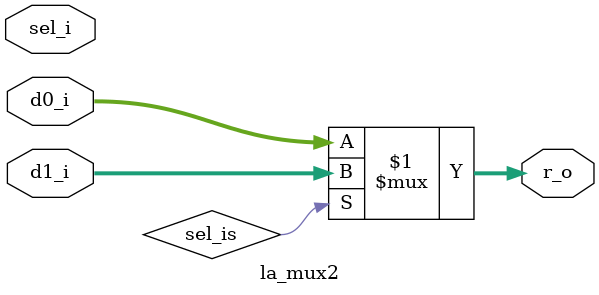
<source format=v>
module la_mux2 #(
    parameter WIDTH = 32
)(
    input wire[WIDTH - 1 : 0] d0_i,
    input wire[WIDTH - 1 : 0] d1_i,
    output wire[WIDTH - 1 : 0] r_o,
    input wire sel_i
);

    assign r_o = sel_is ? d1_i : d0_i;

endmodule
</source>
